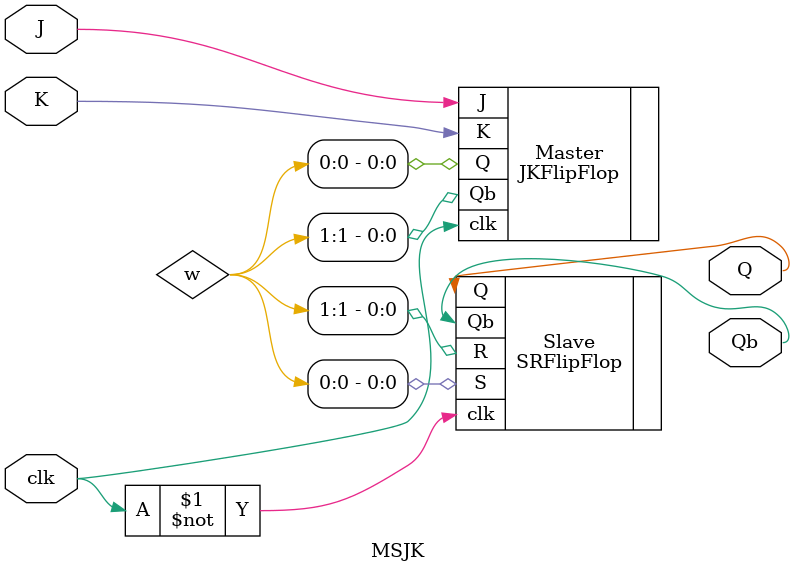
<source format=v>
`timescale 1ns / 1ps


module MSJK(output Q, output Qb, input J,K,clk);
wire [1:0]w;

    JKFlipFlop Master(.Q(w[0]), .Qb(w[1]), .J(J), .K(K), .clk(clk));
    SRFlipFlop Slave(.Q(Q), .Qb(Qb), .S(w[0]), .R(w[1]), .clk(~clk));
    
endmodule

</source>
